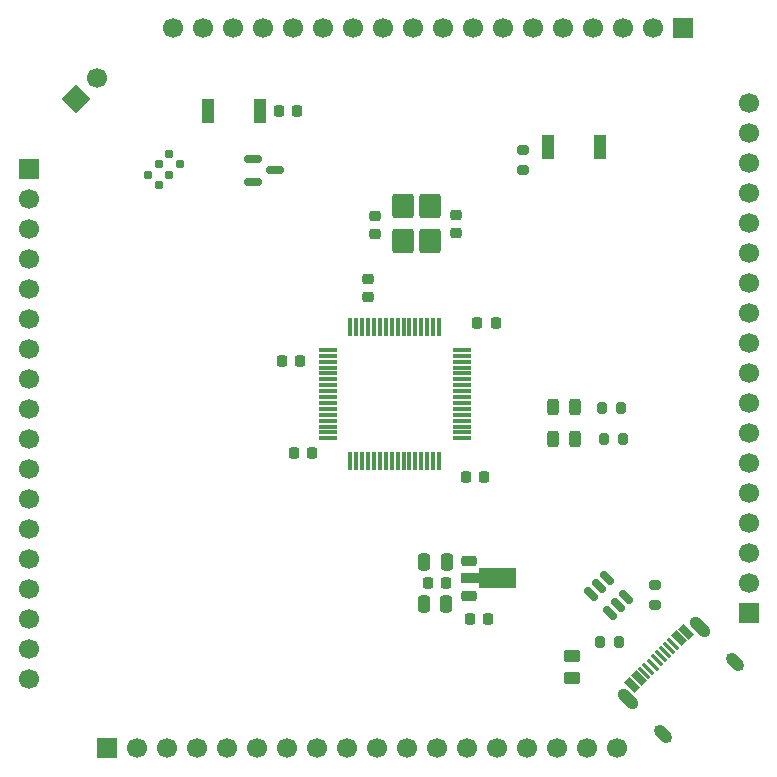
<source format=gbr>
%TF.GenerationSoftware,KiCad,Pcbnew,9.0.6*%
%TF.CreationDate,2026-01-02T14:20:19-05:00*%
%TF.ProjectId,plimsoll,706c696d-736f-46c6-9c2e-6b696361645f,rev?*%
%TF.SameCoordinates,Original*%
%TF.FileFunction,Soldermask,Top*%
%TF.FilePolarity,Negative*%
%FSLAX46Y46*%
G04 Gerber Fmt 4.6, Leading zero omitted, Abs format (unit mm)*
G04 Created by KiCad (PCBNEW 9.0.6) date 2026-01-02 14:20:19*
%MOMM*%
%LPD*%
G01*
G04 APERTURE LIST*
G04 Aperture macros list*
%AMRoundRect*
0 Rectangle with rounded corners*
0 $1 Rounding radius*
0 $2 $3 $4 $5 $6 $7 $8 $9 X,Y pos of 4 corners*
0 Add a 4 corners polygon primitive as box body*
4,1,4,$2,$3,$4,$5,$6,$7,$8,$9,$2,$3,0*
0 Add four circle primitives for the rounded corners*
1,1,$1+$1,$2,$3*
1,1,$1+$1,$4,$5*
1,1,$1+$1,$6,$7*
1,1,$1+$1,$8,$9*
0 Add four rect primitives between the rounded corners*
20,1,$1+$1,$2,$3,$4,$5,0*
20,1,$1+$1,$4,$5,$6,$7,0*
20,1,$1+$1,$6,$7,$8,$9,0*
20,1,$1+$1,$8,$9,$2,$3,0*%
%AMHorizOval*
0 Thick line with rounded ends*
0 $1 width*
0 $2 $3 position (X,Y) of the first rounded end (center of the circle)*
0 $4 $5 position (X,Y) of the second rounded end (center of the circle)*
0 Add line between two ends*
20,1,$1,$2,$3,$4,$5,0*
0 Add two circle primitives to create the rounded ends*
1,1,$1,$2,$3*
1,1,$1,$4,$5*%
%AMRotRect*
0 Rectangle, with rotation*
0 The origin of the aperture is its center*
0 $1 length*
0 $2 width*
0 $3 Rotation angle, in degrees counterclockwise*
0 Add horizontal line*
21,1,$1,$2,0,0,$3*%
%AMFreePoly0*
4,1,9,3.862500,-0.866500,0.737500,-0.866500,0.737500,-0.450000,-0.737500,-0.450000,-0.737500,0.450000,0.737500,0.450000,0.737500,0.866500,3.862500,0.866500,3.862500,-0.866500,3.862500,-0.866500,$1*%
G04 Aperture macros list end*
%ADD10HorizOval,1.000000X-0.282843X0.282843X0.282843X-0.282843X0*%
%ADD11HorizOval,1.000000X-0.388909X0.388909X0.388909X-0.388909X0*%
%ADD12RotRect,0.600000X1.240000X45.000000*%
%ADD13RotRect,0.300000X1.240000X45.000000*%
%ADD14RoundRect,0.250000X0.650000X-0.800000X0.650000X0.800000X-0.650000X0.800000X-0.650000X-0.800000X0*%
%ADD15R,1.700000X1.700000*%
%ADD16C,1.700000*%
%ADD17RoundRect,0.225000X-0.425000X-0.225000X0.425000X-0.225000X0.425000X0.225000X-0.425000X0.225000X0*%
%ADD18FreePoly0,0.000000*%
%ADD19RoundRect,0.075000X-0.700000X0.075000X-0.700000X-0.075000X0.700000X-0.075000X0.700000X0.075000X0*%
%ADD20RoundRect,0.075000X-0.075000X0.700000X-0.075000X-0.700000X0.075000X-0.700000X0.075000X0.700000X0*%
%ADD21RoundRect,0.150000X-0.587500X-0.150000X0.587500X-0.150000X0.587500X0.150000X-0.587500X0.150000X0*%
%ADD22RoundRect,0.150000X0.468458X-0.256326X-0.256326X0.468458X-0.468458X0.256326X0.256326X-0.468458X0*%
%ADD23R,1.050000X2.000000*%
%ADD24RoundRect,0.200000X-0.200000X-0.275000X0.200000X-0.275000X0.200000X0.275000X-0.200000X0.275000X0*%
%ADD25RoundRect,0.200000X0.275000X-0.200000X0.275000X0.200000X-0.275000X0.200000X-0.275000X-0.200000X0*%
%ADD26RoundRect,0.200000X0.200000X0.275000X-0.200000X0.275000X-0.200000X-0.275000X0.200000X-0.275000X0*%
%ADD27RoundRect,0.200000X-0.275000X0.200000X-0.275000X-0.200000X0.275000X-0.200000X0.275000X0.200000X0*%
%ADD28RoundRect,0.250000X-0.450000X0.262500X-0.450000X-0.262500X0.450000X-0.262500X0.450000X0.262500X0*%
%ADD29RotRect,1.700000X1.700000X135.000000*%
%ADD30C,0.787400*%
%ADD31RoundRect,0.243750X0.243750X0.456250X-0.243750X0.456250X-0.243750X-0.456250X0.243750X-0.456250X0*%
%ADD32RoundRect,0.225000X-0.250000X0.225000X-0.250000X-0.225000X0.250000X-0.225000X0.250000X0.225000X0*%
%ADD33RoundRect,0.225000X-0.225000X-0.250000X0.225000X-0.250000X0.225000X0.250000X-0.225000X0.250000X0*%
%ADD34RoundRect,0.225000X0.225000X0.250000X-0.225000X0.250000X-0.225000X-0.250000X0.225000X-0.250000X0*%
%ADD35RoundRect,0.225000X0.250000X-0.225000X0.250000X0.225000X-0.250000X0.225000X-0.250000X-0.225000X0*%
%ADD36RoundRect,0.250000X0.250000X0.475000X-0.250000X0.475000X-0.250000X-0.475000X0.250000X-0.475000X0*%
G04 APERTURE END LIST*
D10*
%TO.C,J2*%
X118814841Y-132705438D03*
D11*
X115844993Y-129735590D03*
D10*
X112705438Y-138814841D03*
D11*
X109735590Y-135844993D03*
D12*
X110103286Y-134628769D03*
X110668971Y-134063084D03*
D13*
X111128590Y-133603464D03*
X111835697Y-132896357D03*
X112896357Y-131835697D03*
X113603464Y-131128590D03*
D12*
X114063084Y-130668971D03*
X114628769Y-130103286D03*
X114628769Y-130103286D03*
X114063084Y-130668971D03*
D13*
X113249911Y-131482144D03*
X112542804Y-132189251D03*
X112189251Y-132542804D03*
X111482144Y-133249911D03*
D12*
X110668971Y-134063084D03*
X110103286Y-134628769D03*
%TD*%
D14*
%TO.C,Y2*%
X93000000Y-97000000D03*
X93000000Y-94100000D03*
X90700000Y-94100000D03*
X90700000Y-97000000D03*
%TD*%
D15*
%TO.C,J3*%
X59000000Y-90980000D03*
D16*
X59000000Y-93520000D03*
X59000000Y-96060000D03*
X59000000Y-98600000D03*
X59000000Y-101140000D03*
X59000000Y-103680000D03*
X59000000Y-106220000D03*
X59000000Y-108760000D03*
X59000000Y-111300000D03*
X59000000Y-113840000D03*
X59000000Y-116380000D03*
X59000000Y-118920000D03*
X59000000Y-121460000D03*
X59000000Y-124000000D03*
X59000000Y-126540000D03*
X59000000Y-129080000D03*
X59000000Y-131620000D03*
X59000000Y-134160000D03*
%TD*%
D17*
%TO.C,U4*%
X96275000Y-127100000D03*
D18*
X96362500Y-125600000D03*
D17*
X96275000Y-124100000D03*
%TD*%
D19*
%TO.C,U3*%
X95675000Y-106250000D03*
X95675000Y-106750000D03*
X95675000Y-107250000D03*
X95675000Y-107750000D03*
X95675000Y-108250000D03*
X95675000Y-108750000D03*
X95675000Y-109250000D03*
X95675000Y-109750000D03*
X95675000Y-110250000D03*
X95675000Y-110750000D03*
X95675000Y-111250000D03*
X95675000Y-111750000D03*
X95675000Y-112250000D03*
X95675000Y-112750000D03*
X95675000Y-113250000D03*
X95675000Y-113750000D03*
D20*
X93750000Y-115675000D03*
X93250000Y-115675000D03*
X92750000Y-115675000D03*
X92250000Y-115675000D03*
X91750000Y-115675000D03*
X91250000Y-115675000D03*
X90750000Y-115675000D03*
X90250000Y-115675000D03*
X89750000Y-115675000D03*
X89250000Y-115675000D03*
X88750000Y-115675000D03*
X88250000Y-115675000D03*
X87750000Y-115675000D03*
X87250000Y-115675000D03*
X86750000Y-115675000D03*
X86250000Y-115675000D03*
D19*
X84325000Y-113750000D03*
X84325000Y-113250000D03*
X84325000Y-112750000D03*
X84325000Y-112250000D03*
X84325000Y-111750000D03*
X84325000Y-111250000D03*
X84325000Y-110750000D03*
X84325000Y-110250000D03*
X84325000Y-109750000D03*
X84325000Y-109250000D03*
X84325000Y-108750000D03*
X84325000Y-108250000D03*
X84325000Y-107750000D03*
X84325000Y-107250000D03*
X84325000Y-106750000D03*
X84325000Y-106250000D03*
D20*
X86250000Y-104325000D03*
X86750000Y-104325000D03*
X87250000Y-104325000D03*
X87750000Y-104325000D03*
X88250000Y-104325000D03*
X88750000Y-104325000D03*
X89250000Y-104325000D03*
X89750000Y-104325000D03*
X90250000Y-104325000D03*
X90750000Y-104325000D03*
X91250000Y-104325000D03*
X91750000Y-104325000D03*
X92250000Y-104325000D03*
X92750000Y-104325000D03*
X93250000Y-104325000D03*
X93750000Y-104325000D03*
%TD*%
D21*
%TO.C,U2*%
X79875000Y-91050000D03*
X78000000Y-92000000D03*
X78000000Y-90100000D03*
%TD*%
D22*
%TO.C,U1*%
X108270083Y-128526085D03*
X108941834Y-127854334D03*
X109613585Y-127182583D03*
X108004917Y-125573915D03*
X107333166Y-126245666D03*
X106661415Y-126917417D03*
%TD*%
D23*
%TO.C,BOOT*%
X107420000Y-89100000D03*
X102980000Y-89100000D03*
%TD*%
%TO.C,RESET*%
X74180000Y-86000000D03*
X78620000Y-86000000D03*
%TD*%
D24*
%TO.C,R14*%
X107537500Y-111140000D03*
X109187500Y-111140000D03*
%TD*%
%TO.C,R13*%
X107712500Y-113800000D03*
X109362500Y-113800000D03*
%TD*%
D25*
%TO.C,R6*%
X112000000Y-127825000D03*
X112000000Y-126175000D03*
%TD*%
D26*
%TO.C,R5*%
X109000000Y-131000000D03*
X107350000Y-131000000D03*
%TD*%
D27*
%TO.C,R4*%
X100900000Y-89350000D03*
X100900000Y-91000000D03*
%TD*%
D28*
%TO.C,R1*%
X105000000Y-132175000D03*
X105000000Y-134000000D03*
%TD*%
D16*
%TO.C,J7*%
X71220000Y-79000000D03*
X73760000Y-79000000D03*
X76300000Y-79000000D03*
X78840000Y-79000000D03*
X81380000Y-79000000D03*
X83920000Y-79000000D03*
X86460000Y-79000000D03*
X89000000Y-79000000D03*
X91540000Y-79000000D03*
X94080000Y-79000000D03*
X96620000Y-79000000D03*
X99160000Y-79000000D03*
X101700000Y-79000000D03*
X104240000Y-79000000D03*
X106780000Y-79000000D03*
X109320000Y-79000000D03*
X111860000Y-79000000D03*
D15*
X114400000Y-79000000D03*
%TD*%
%TO.C,J6*%
X120000000Y-128540000D03*
D16*
X120000000Y-126000000D03*
X120000000Y-123460000D03*
X120000000Y-120920000D03*
X120000000Y-118380000D03*
X120000000Y-115840000D03*
X120000000Y-113300000D03*
X120000000Y-110760000D03*
X120000000Y-108220000D03*
X120000000Y-105680000D03*
X120000000Y-103140000D03*
X120000000Y-100600000D03*
X120000000Y-98060000D03*
X120000000Y-95520000D03*
X120000000Y-92980000D03*
X120000000Y-90440000D03*
X120000000Y-87900000D03*
X120000000Y-85360000D03*
%TD*%
D15*
%TO.C,J5*%
X65600000Y-140000000D03*
D16*
X68140000Y-140000000D03*
X70680000Y-140000000D03*
X73220000Y-140000000D03*
X75760000Y-140000000D03*
X78300000Y-140000000D03*
X80840000Y-140000000D03*
X83380000Y-140000000D03*
X85920000Y-140000000D03*
X88460000Y-140000000D03*
X91000000Y-140000000D03*
X93540000Y-140000000D03*
X96080000Y-140000000D03*
X98620000Y-140000000D03*
X101160000Y-140000000D03*
X103700000Y-140000000D03*
X106240000Y-140000000D03*
X108780000Y-140000000D03*
%TD*%
%TO.C,J4*%
X64796051Y-83203949D03*
D29*
X63000000Y-85000000D03*
%TD*%
D30*
%TO.C,J1*%
X70909013Y-89636962D03*
X71807038Y-90534987D03*
X70010987Y-90534987D03*
X70909013Y-91433013D03*
X69112962Y-91433013D03*
X70010987Y-92331038D03*
%TD*%
D31*
%TO.C,D2*%
X103425000Y-111100000D03*
X105300000Y-111100000D03*
%TD*%
%TO.C,D1*%
X103425000Y-113800000D03*
X105300000Y-113800000D03*
%TD*%
D32*
%TO.C,C17*%
X87775000Y-100225000D03*
X87775000Y-101775000D03*
%TD*%
D33*
%TO.C,C16*%
X80450000Y-107225000D03*
X82000000Y-107225000D03*
%TD*%
%TO.C,C15*%
X81450000Y-115000000D03*
X83000000Y-115000000D03*
%TD*%
D34*
%TO.C,C14*%
X97550000Y-117000000D03*
X96000000Y-117000000D03*
%TD*%
%TO.C,C13*%
X98550000Y-104000000D03*
X97000000Y-104000000D03*
%TD*%
D32*
%TO.C,C8*%
X95200000Y-94825000D03*
X95200000Y-96375000D03*
%TD*%
D35*
%TO.C,C7*%
X88300000Y-96475000D03*
X88300000Y-94925000D03*
%TD*%
D34*
%TO.C,C5*%
X97900000Y-129000000D03*
X96350000Y-129000000D03*
%TD*%
D36*
%TO.C,C4*%
X94350000Y-127800000D03*
X92450000Y-127800000D03*
%TD*%
D33*
%TO.C,C3*%
X92800000Y-126000000D03*
X94350000Y-126000000D03*
%TD*%
D36*
%TO.C,C2*%
X94400000Y-124200000D03*
X92500000Y-124200000D03*
%TD*%
D33*
%TO.C,C1*%
X80190000Y-86000000D03*
X81740000Y-86000000D03*
%TD*%
M02*

</source>
